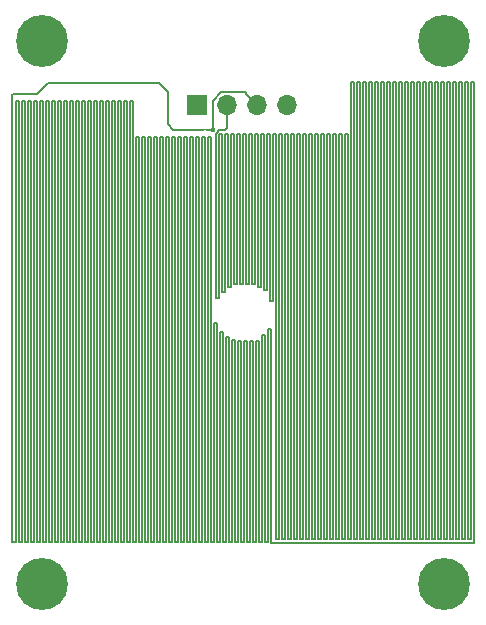
<source format=gbr>
G04 #@! TF.GenerationSoftware,KiCad,Pcbnew,(5.1.5)-3*
G04 #@! TF.CreationDate,2020-10-16T21:55:23+02:00*
G04 #@! TF.ProjectId,_Level,b54c6576-656c-42e6-9b69-6361645f7063,rev?*
G04 #@! TF.SameCoordinates,Original*
G04 #@! TF.FileFunction,Copper,L2,Bot*
G04 #@! TF.FilePolarity,Positive*
%FSLAX46Y46*%
G04 Gerber Fmt 4.6, Leading zero omitted, Abs format (unit mm)*
G04 Created by KiCad (PCBNEW (5.1.5)-3) date 2020-10-16 21:55:23*
%MOMM*%
%LPD*%
G04 APERTURE LIST*
%ADD10C,0.100000*%
%ADD11C,4.400000*%
%ADD12C,0.127000*%
%ADD13O,1.700000X1.700000*%
%ADD14R,1.700000X1.700000*%
%ADD15C,0.450000*%
%ADD16C,0.127000*%
G04 APERTURE END LIST*
D10*
G36*
X151960200Y-74456500D02*
G01*
X151587200Y-74456500D01*
X151587200Y-74583500D01*
X151960200Y-74583500D01*
X151960200Y-74456500D01*
G37*
G36*
X153230200Y-74485500D02*
G01*
X152857200Y-74485500D01*
X152857200Y-74612500D01*
X153230200Y-74612500D01*
X153230200Y-74485500D01*
G37*
D11*
X138000000Y-67000000D03*
X172000000Y-113000000D03*
X172000000Y-67000000D03*
X138000000Y-113000000D03*
D12*
X151960200Y-74520000D03*
X151574500Y-74520000D03*
X153230200Y-74549000D03*
X152844500Y-74549000D03*
D13*
X158690000Y-72410000D03*
X156150000Y-72410000D03*
X153610000Y-72410000D03*
D14*
X151070000Y-72410000D03*
D15*
X152400000Y-74520000D03*
D16*
X151960200Y-74520000D02*
X152400000Y-74520000D01*
X155300001Y-71560001D02*
X156150000Y-72410000D01*
X155109499Y-71369499D02*
X155300001Y-71560001D01*
X153110559Y-71369499D02*
X155109499Y-71369499D01*
X152400000Y-72080058D02*
X153110559Y-71369499D01*
X152400000Y-74520000D02*
X152400000Y-72080058D01*
X152844500Y-74638802D02*
X152844500Y-74549000D01*
X152844500Y-74690442D02*
X152844500Y-74638802D01*
X152908000Y-88773000D02*
X152654000Y-88773000D01*
X152908000Y-74930000D02*
X152908000Y-88773000D01*
X153162000Y-74930000D02*
X152908000Y-74930000D01*
X153162000Y-88265000D02*
X153162000Y-74930000D01*
X153416000Y-88265000D02*
X153162000Y-88265000D01*
X153416000Y-74930000D02*
X153416000Y-88265000D01*
X153670000Y-87884000D02*
X153670000Y-74930000D01*
X153924000Y-87884000D02*
X153670000Y-87884000D01*
X153924000Y-74930000D02*
X153924000Y-87884000D01*
X154178000Y-74930000D02*
X153924000Y-74930000D01*
X154178000Y-87630000D02*
X154178000Y-74930000D01*
X154432000Y-87630000D02*
X154178000Y-87630000D01*
X155448000Y-74930000D02*
X155448000Y-87630000D01*
X155702000Y-87630000D02*
X155702000Y-74930000D01*
X155956000Y-87630000D02*
X155702000Y-87630000D01*
X155956000Y-74930000D02*
X155956000Y-87630000D01*
X156718000Y-88138000D02*
X156718000Y-74930000D01*
X156972000Y-74930000D02*
X156972000Y-88138000D01*
X157226000Y-89027000D02*
X157226000Y-74930000D01*
X157480000Y-89027000D02*
X157226000Y-89027000D01*
X157480000Y-74930000D02*
X157480000Y-89027000D01*
X157734000Y-74930000D02*
X157480000Y-74930000D01*
X157734000Y-109220000D02*
X157734000Y-74930000D01*
X157988000Y-109220000D02*
X157734000Y-109220000D01*
X157988000Y-74930000D02*
X157988000Y-109220000D01*
X158242000Y-74930000D02*
X157988000Y-74930000D01*
X158242000Y-109220000D02*
X158242000Y-74930000D01*
X152654000Y-74880942D02*
X152844500Y-74690442D01*
X158496000Y-109220000D02*
X158242000Y-109220000D01*
X158496000Y-74930000D02*
X158496000Y-109220000D01*
X158750000Y-74930000D02*
X158496000Y-74930000D01*
X158750000Y-109220000D02*
X158750000Y-74930000D01*
X159004000Y-109220000D02*
X158750000Y-109220000D01*
X159004000Y-74930000D02*
X159004000Y-109220000D01*
X159258000Y-74930000D02*
X159004000Y-74930000D01*
X159258000Y-109220000D02*
X159258000Y-74930000D01*
X159512000Y-109220000D02*
X159258000Y-109220000D01*
X159512000Y-74930000D02*
X159512000Y-109220000D01*
X159766000Y-74930000D02*
X159512000Y-74930000D01*
X159766000Y-109220000D02*
X159766000Y-74930000D01*
X160020000Y-109220000D02*
X159766000Y-109220000D01*
X160020000Y-74930000D02*
X160020000Y-109220000D01*
X160274000Y-74930000D02*
X160020000Y-74930000D01*
X160274000Y-109220000D02*
X160274000Y-74930000D01*
X160528000Y-109220000D02*
X160274000Y-109220000D01*
X160528000Y-74930000D02*
X160528000Y-109220000D01*
X160782000Y-74930000D02*
X160528000Y-74930000D01*
X160782000Y-109220000D02*
X160782000Y-74930000D01*
X161036000Y-109220000D02*
X160782000Y-109220000D01*
X161036000Y-74930000D02*
X161036000Y-109220000D01*
X161290000Y-74930000D02*
X161036000Y-74930000D01*
X161290000Y-109220000D02*
X161290000Y-74930000D01*
X161544000Y-109220000D02*
X161290000Y-109220000D01*
X161544000Y-74930000D02*
X161544000Y-109220000D01*
X161798000Y-74930000D02*
X161544000Y-74930000D01*
X161798000Y-109220000D02*
X161798000Y-74930000D01*
X162052000Y-109220000D02*
X161798000Y-109220000D01*
X162052000Y-74930000D02*
X162052000Y-109220000D01*
X162306000Y-74930000D02*
X162052000Y-74930000D01*
X162306000Y-109220000D02*
X162306000Y-74930000D01*
X162560000Y-109220000D02*
X162306000Y-109220000D01*
X162560000Y-74930000D02*
X162560000Y-109220000D01*
X162814000Y-74930000D02*
X162560000Y-74930000D01*
X162814000Y-109220000D02*
X162814000Y-74930000D01*
X163068000Y-109220000D02*
X162814000Y-109220000D01*
X154432000Y-74930000D02*
X154432000Y-87630000D01*
X163068000Y-74930000D02*
X163068000Y-109220000D01*
X163322000Y-74930000D02*
X163068000Y-74930000D01*
X163322000Y-109220000D02*
X163322000Y-74930000D01*
X163576000Y-109220000D02*
X163322000Y-109220000D01*
X163576000Y-74930000D02*
X163576000Y-109220000D01*
X163830000Y-74930000D02*
X163576000Y-74930000D01*
X163830000Y-109220000D02*
X163830000Y-74930000D01*
X164084000Y-109220000D02*
X163830000Y-109220000D01*
X152654000Y-88773000D02*
X152654000Y-74880942D01*
X164084000Y-70485000D02*
X164084000Y-109220000D01*
X153670000Y-74930000D02*
X153416000Y-74930000D01*
X164338000Y-70485000D02*
X164084000Y-70485000D01*
X164338000Y-109220000D02*
X164338000Y-70485000D01*
X164592000Y-109220000D02*
X164338000Y-109220000D01*
X164592000Y-70485000D02*
X164592000Y-109220000D01*
X164846000Y-70485000D02*
X164592000Y-70485000D01*
X164846000Y-109220000D02*
X164846000Y-70485000D01*
X165100000Y-109220000D02*
X164846000Y-109220000D01*
X165100000Y-70485000D02*
X165100000Y-109220000D01*
X165354000Y-70485000D02*
X165100000Y-70485000D01*
X165354000Y-109220000D02*
X165354000Y-70485000D01*
X165608000Y-109220000D02*
X165354000Y-109220000D01*
X165608000Y-70485000D02*
X165608000Y-109220000D01*
X165862000Y-70485000D02*
X165608000Y-70485000D01*
X165862000Y-109220000D02*
X165862000Y-70485000D01*
X166116000Y-109220000D02*
X165862000Y-109220000D01*
X166116000Y-70485000D02*
X166116000Y-109220000D01*
X166370000Y-70485000D02*
X166116000Y-70485000D01*
X166370000Y-109220000D02*
X166370000Y-70485000D01*
X166624000Y-109220000D02*
X166370000Y-109220000D01*
X166624000Y-70485000D02*
X166624000Y-109220000D01*
X166878000Y-70485000D02*
X166624000Y-70485000D01*
X166878000Y-109220000D02*
X166878000Y-70485000D01*
X167132000Y-109220000D02*
X166878000Y-109220000D01*
X167132000Y-70485000D02*
X167132000Y-109220000D01*
X167386000Y-70485000D02*
X167132000Y-70485000D01*
X167386000Y-109220000D02*
X167386000Y-70485000D01*
X167640000Y-109220000D02*
X167386000Y-109220000D01*
X167640000Y-70485000D02*
X167640000Y-109220000D01*
X167894000Y-70485000D02*
X167640000Y-70485000D01*
X167894000Y-109220000D02*
X167894000Y-70485000D01*
X168148000Y-109220000D02*
X167894000Y-109220000D01*
X168148000Y-70485000D02*
X168148000Y-109220000D01*
X168402000Y-70485000D02*
X168148000Y-70485000D01*
X168402000Y-109220000D02*
X168402000Y-70485000D01*
X168656000Y-109220000D02*
X168402000Y-109220000D01*
X168656000Y-70485000D02*
X168656000Y-109220000D01*
X168910000Y-70485000D02*
X168656000Y-70485000D01*
X168910000Y-109220000D02*
X168910000Y-70485000D01*
X169164000Y-109220000D02*
X168910000Y-109220000D01*
X169164000Y-70485000D02*
X169164000Y-109220000D01*
X169418000Y-70485000D02*
X169164000Y-70485000D01*
X169418000Y-109220000D02*
X169418000Y-70485000D01*
X169672000Y-109220000D02*
X169418000Y-109220000D01*
X169672000Y-70485000D02*
X169672000Y-109220000D01*
X169926000Y-70485000D02*
X169672000Y-70485000D01*
X169926000Y-109220000D02*
X169926000Y-70485000D01*
X170180000Y-109220000D02*
X169926000Y-109220000D01*
X170180000Y-70485000D02*
X170180000Y-109220000D01*
X170434000Y-70485000D02*
X170180000Y-70485000D01*
X170434000Y-109220000D02*
X170434000Y-70485000D01*
X170688000Y-109220000D02*
X170434000Y-109220000D01*
X170688000Y-70485000D02*
X170688000Y-109220000D01*
X170942000Y-70485000D02*
X170688000Y-70485000D01*
X170942000Y-109220000D02*
X170942000Y-70485000D01*
X171196000Y-109220000D02*
X170942000Y-109220000D01*
X171196000Y-70485000D02*
X171196000Y-109220000D01*
X171450000Y-70485000D02*
X171196000Y-70485000D01*
X171450000Y-109220000D02*
X171450000Y-70485000D01*
X171704000Y-109220000D02*
X171450000Y-109220000D01*
X171704000Y-70485000D02*
X171704000Y-109220000D01*
X171958000Y-70485000D02*
X171704000Y-70485000D01*
X171958000Y-109220000D02*
X171958000Y-70485000D01*
X172212000Y-109220000D02*
X171958000Y-109220000D01*
X172212000Y-70485000D02*
X172212000Y-109220000D01*
X172466000Y-70485000D02*
X172212000Y-70485000D01*
X146685000Y-75184000D02*
X146685000Y-109474000D01*
X146431000Y-109474000D02*
X146431000Y-75184000D01*
X146177000Y-109474000D02*
X146431000Y-109474000D01*
X145669000Y-109474000D02*
X145923000Y-109474000D01*
X145669000Y-72136000D02*
X145669000Y-109474000D01*
X145415000Y-72136000D02*
X145669000Y-72136000D01*
X145415000Y-109474000D02*
X145415000Y-72136000D01*
X145161000Y-109474000D02*
X145415000Y-109474000D01*
X145161000Y-72136000D02*
X145161000Y-109474000D01*
X144907000Y-109474000D02*
X144907000Y-72136000D01*
X144653000Y-109474000D02*
X144907000Y-109474000D01*
X144653000Y-72136000D02*
X144653000Y-109474000D01*
X144399000Y-72136000D02*
X144653000Y-72136000D01*
X143891000Y-72136000D02*
X144145000Y-72136000D01*
X143891000Y-109474000D02*
X143891000Y-72136000D01*
X143637000Y-72136000D02*
X143637000Y-109474000D01*
X156464000Y-87884000D02*
X156210000Y-87884000D01*
X143129000Y-109474000D02*
X143383000Y-109474000D01*
X172720000Y-109220000D02*
X172466000Y-109220000D01*
X143129000Y-72136000D02*
X143129000Y-109474000D01*
X142875000Y-72136000D02*
X143129000Y-72136000D01*
X142875000Y-109474000D02*
X142875000Y-72136000D01*
X142621000Y-109474000D02*
X142875000Y-109474000D01*
X142621000Y-72136000D02*
X142621000Y-109474000D01*
X142367000Y-72136000D02*
X142621000Y-72136000D01*
X155448000Y-87630000D02*
X155194000Y-87630000D01*
X142367000Y-109474000D02*
X142367000Y-72136000D01*
X143383000Y-72136000D02*
X143637000Y-72136000D01*
X156464000Y-74930000D02*
X156464000Y-87884000D01*
X142113000Y-109474000D02*
X142367000Y-109474000D01*
X154940000Y-74930000D02*
X154940000Y-87630000D01*
X142113000Y-72136000D02*
X142113000Y-109474000D01*
X173482000Y-70485000D02*
X173228000Y-70485000D01*
X141859000Y-72136000D02*
X142113000Y-72136000D01*
X141859000Y-109474000D02*
X141859000Y-72136000D01*
X156718000Y-74930000D02*
X156464000Y-74930000D01*
X141605000Y-109474000D02*
X141859000Y-109474000D01*
X156210000Y-74930000D02*
X155956000Y-74930000D01*
X141605000Y-72136000D02*
X141605000Y-109474000D01*
X141351000Y-72136000D02*
X141605000Y-72136000D01*
X141351000Y-109474000D02*
X141351000Y-72136000D01*
X144145000Y-72136000D02*
X144145000Y-109474000D01*
X155702000Y-74930000D02*
X155448000Y-74930000D01*
X141097000Y-109474000D02*
X141351000Y-109474000D01*
X141097000Y-72136000D02*
X141097000Y-109474000D01*
X140843000Y-72136000D02*
X141097000Y-72136000D01*
X156210000Y-87884000D02*
X156210000Y-74930000D01*
X140843000Y-109474000D02*
X140843000Y-72136000D01*
X140589000Y-109474000D02*
X140843000Y-109474000D01*
X172720000Y-70485000D02*
X172720000Y-109220000D01*
X140589000Y-72136000D02*
X140589000Y-109474000D01*
X140335000Y-72136000D02*
X140589000Y-72136000D01*
X172974000Y-109220000D02*
X172974000Y-70485000D01*
X137287000Y-109474000D02*
X137287000Y-72136000D01*
X146431000Y-75184000D02*
X146685000Y-75184000D01*
X155194000Y-74930000D02*
X154940000Y-74930000D01*
X140081000Y-109474000D02*
X140335000Y-109474000D01*
X137033000Y-72136000D02*
X137033000Y-109474000D01*
X155194000Y-87630000D02*
X155194000Y-74930000D01*
X136779000Y-72136000D02*
X137033000Y-72136000D01*
X136779000Y-109474000D02*
X136779000Y-72136000D01*
X154686000Y-87630000D02*
X154686000Y-74930000D01*
X136525000Y-109474000D02*
X136779000Y-109474000D01*
X136525000Y-72136000D02*
X136525000Y-109474000D01*
X136271000Y-109474000D02*
X136271000Y-72136000D01*
X136017000Y-109474000D02*
X136271000Y-109474000D01*
X146177000Y-75184000D02*
X146177000Y-109474000D01*
X144399000Y-109474000D02*
X144399000Y-72136000D01*
X149069000Y-74520000D02*
X148590000Y-74041000D01*
X139319000Y-109474000D02*
X139319000Y-72136000D01*
X136017000Y-72136000D02*
X136017000Y-109474000D01*
X135509000Y-71501000D02*
X135451510Y-71558490D01*
X138557000Y-72136000D02*
X138557000Y-109474000D01*
X137541000Y-71501000D02*
X135509000Y-71501000D01*
X145923000Y-109474000D02*
X145923000Y-75184000D01*
X157226000Y-74930000D02*
X156972000Y-74930000D01*
X135451510Y-71558490D02*
X135451510Y-109474000D01*
X147828000Y-70612000D02*
X138430000Y-70612000D01*
X144145000Y-109474000D02*
X144399000Y-109474000D01*
X140081000Y-72136000D02*
X140081000Y-109474000D01*
X136271000Y-72136000D02*
X136525000Y-72136000D01*
X173228000Y-70485000D02*
X173228000Y-109220000D01*
X135763000Y-72136000D02*
X136017000Y-72136000D01*
X149733000Y-109474000D02*
X149987000Y-109474000D01*
X154940000Y-87630000D02*
X154686000Y-87630000D01*
X137033000Y-109474000D02*
X137287000Y-109474000D01*
X135451510Y-109474000D02*
X135763000Y-109474000D01*
X152019000Y-109474000D02*
X152019000Y-75184000D01*
X138049000Y-72136000D02*
X138049000Y-109474000D01*
X173228000Y-109220000D02*
X172974000Y-109220000D01*
X143637000Y-109474000D02*
X143891000Y-109474000D01*
X135763000Y-109474000D02*
X135763000Y-72136000D01*
X137287000Y-72136000D02*
X137541000Y-72136000D01*
X137541000Y-72136000D02*
X137541000Y-109474000D01*
X137541000Y-109474000D02*
X137795000Y-109474000D01*
X139573000Y-109474000D02*
X139827000Y-109474000D01*
X145923000Y-75184000D02*
X146177000Y-75184000D01*
X137795000Y-109474000D02*
X137795000Y-72136000D01*
X137795000Y-72136000D02*
X138049000Y-72136000D01*
X172466000Y-109220000D02*
X172466000Y-70485000D01*
X138049000Y-109474000D02*
X138303000Y-109474000D01*
X138303000Y-109474000D02*
X138303000Y-72136000D01*
X138811000Y-72136000D02*
X139065000Y-72136000D01*
X138303000Y-72136000D02*
X138557000Y-72136000D01*
X138557000Y-109474000D02*
X138811000Y-109474000D01*
X138811000Y-109474000D02*
X138811000Y-72136000D01*
X143383000Y-109474000D02*
X143383000Y-72136000D01*
X148463000Y-109474000D02*
X148463000Y-75184000D01*
X139065000Y-72136000D02*
X139065000Y-109474000D01*
X139065000Y-109474000D02*
X139319000Y-109474000D01*
X156972000Y-88138000D02*
X156718000Y-88138000D01*
X139319000Y-72136000D02*
X139573000Y-72136000D01*
X154686000Y-74930000D02*
X154432000Y-74930000D01*
X139573000Y-72136000D02*
X139573000Y-109474000D01*
X139827000Y-109474000D02*
X139827000Y-72136000D01*
X144907000Y-72136000D02*
X145161000Y-72136000D01*
X139827000Y-72136000D02*
X140081000Y-72136000D01*
X140335000Y-109474000D02*
X140335000Y-72136000D01*
X146685000Y-109474000D02*
X146939000Y-109474000D01*
X146939000Y-109474000D02*
X146939000Y-75184000D01*
X146939000Y-75184000D02*
X147193000Y-75184000D01*
X147193000Y-75184000D02*
X147193000Y-109474000D01*
X147193000Y-109474000D02*
X147447000Y-109474000D01*
X147447000Y-109474000D02*
X147447000Y-75184000D01*
X147447000Y-75184000D02*
X147701000Y-75184000D01*
X147701000Y-75184000D02*
X147701000Y-109474000D01*
X147701000Y-109474000D02*
X147955000Y-109474000D01*
X148590000Y-74041000D02*
X148590000Y-71374000D01*
X147955000Y-109474000D02*
X147955000Y-75184000D01*
X147955000Y-75184000D02*
X148209000Y-75184000D01*
X148209000Y-75184000D02*
X148209000Y-109474000D01*
X148209000Y-109474000D02*
X148463000Y-109474000D01*
X148463000Y-75184000D02*
X148717000Y-75184000D01*
X148717000Y-75184000D02*
X148717000Y-109474000D01*
X148717000Y-109474000D02*
X148971000Y-109474000D01*
X148971000Y-109474000D02*
X148971000Y-75184000D01*
X148971000Y-75184000D02*
X149225000Y-75184000D01*
X149225000Y-75184000D02*
X149225000Y-109474000D01*
X149225000Y-109474000D02*
X149479000Y-109474000D01*
X151574500Y-74520000D02*
X149069000Y-74520000D01*
X149479000Y-109474000D02*
X149479000Y-75184000D01*
X148590000Y-71374000D02*
X147828000Y-70612000D01*
X149479000Y-75184000D02*
X149733000Y-75184000D01*
X149733000Y-75184000D02*
X149733000Y-109474000D01*
X149987000Y-109474000D02*
X149987000Y-75184000D01*
X149987000Y-75184000D02*
X150241000Y-75184000D01*
X150241000Y-75184000D02*
X150241000Y-109474000D01*
X150241000Y-109474000D02*
X150495000Y-109474000D01*
X150495000Y-109474000D02*
X150495000Y-75184000D01*
X150495000Y-75184000D02*
X150749000Y-75184000D01*
X150749000Y-75184000D02*
X150749000Y-109474000D01*
X138430000Y-70612000D02*
X137541000Y-71501000D01*
X150749000Y-109474000D02*
X151003000Y-109474000D01*
X151003000Y-109474000D02*
X151003000Y-75184000D01*
X151003000Y-75184000D02*
X151257000Y-75184000D01*
X151257000Y-75184000D02*
X151257000Y-109474000D01*
X151257000Y-109474000D02*
X151511000Y-109474000D01*
X151511000Y-109474000D02*
X151511000Y-75184000D01*
X151511000Y-75184000D02*
X151765000Y-75184000D01*
X151765000Y-75184000D02*
X151765000Y-109474000D01*
X151765000Y-109474000D02*
X152019000Y-109474000D01*
X152019000Y-75184000D02*
X152273000Y-75184000D01*
X152273000Y-75184000D02*
X152273000Y-109474000D01*
X152273000Y-109474000D02*
X152527000Y-109474000D01*
X152527000Y-109474000D02*
X152527000Y-90932000D01*
X152527000Y-90932000D02*
X152781000Y-90932000D01*
X152781000Y-90932000D02*
X152781000Y-109474000D01*
X152781000Y-109474000D02*
X153035000Y-109474000D01*
X153035000Y-109474000D02*
X153035000Y-91694000D01*
X153035000Y-91694000D02*
X153289000Y-91694000D01*
X153289000Y-91694000D02*
X153289000Y-109474000D01*
X153289000Y-109474000D02*
X153543000Y-109474000D01*
X153543000Y-109474000D02*
X153543000Y-92075000D01*
X153543000Y-92075000D02*
X153797000Y-92075000D01*
X153797000Y-92075000D02*
X153797000Y-109474000D01*
X153797000Y-109474000D02*
X154051000Y-109474000D01*
X154051000Y-109474000D02*
X154051000Y-92329000D01*
X154051000Y-92329000D02*
X154305000Y-92329000D01*
X154305000Y-92329000D02*
X154305000Y-109474000D01*
X154305000Y-109474000D02*
X154559000Y-109474000D01*
X154559000Y-109474000D02*
X154559000Y-92456000D01*
X154559000Y-92456000D02*
X154813000Y-92456000D01*
X154813000Y-92456000D02*
X154813000Y-109474000D01*
X154813000Y-109474000D02*
X155067000Y-109474000D01*
X155067000Y-109474000D02*
X155067000Y-92456000D01*
X155067000Y-92456000D02*
X155321000Y-92456000D01*
X155321000Y-92456000D02*
X155321000Y-109474000D01*
X155321000Y-109474000D02*
X155575000Y-109474000D01*
X155575000Y-109474000D02*
X155575000Y-92456000D01*
X155575000Y-92456000D02*
X155829000Y-92456000D01*
X155829000Y-92456000D02*
X155829000Y-109474000D01*
X155829000Y-109474000D02*
X156083000Y-109474000D01*
X156083000Y-109474000D02*
X156083000Y-92456000D01*
X156083000Y-92456000D02*
X156337000Y-92456000D01*
X156337000Y-92456000D02*
X156337000Y-109474000D01*
X156337000Y-109474000D02*
X156591000Y-109474000D01*
X156591000Y-109474000D02*
X156591000Y-91948000D01*
X156591000Y-91948000D02*
X156845000Y-91948000D01*
X156845000Y-91948000D02*
X156845000Y-109474000D01*
X156845000Y-109474000D02*
X157099000Y-109474000D01*
X157099000Y-109474000D02*
X157099000Y-91440000D01*
X157099000Y-91440000D02*
X157353000Y-91440000D01*
X157353000Y-91440000D02*
X157353000Y-109548490D01*
X157353000Y-109548490D02*
X174498000Y-109548490D01*
X174498000Y-109548490D02*
X174498000Y-70485000D01*
X174498000Y-70485000D02*
X174244000Y-70485000D01*
X174244000Y-70485000D02*
X174244000Y-109220000D01*
X174244000Y-109220000D02*
X173990000Y-109220000D01*
X173990000Y-109220000D02*
X173990000Y-70485000D01*
X173990000Y-70485000D02*
X173736000Y-70485000D01*
X173736000Y-70485000D02*
X173736000Y-109220000D01*
X173736000Y-109220000D02*
X173482000Y-109220000D01*
X173482000Y-109220000D02*
X173482000Y-70485000D01*
X172974000Y-70485000D02*
X172720000Y-70485000D01*
X153230200Y-74549000D02*
X153416000Y-74549000D01*
X153610000Y-74355000D02*
X153610000Y-72410000D01*
X153416000Y-74549000D02*
X153610000Y-74355000D01*
M02*

</source>
